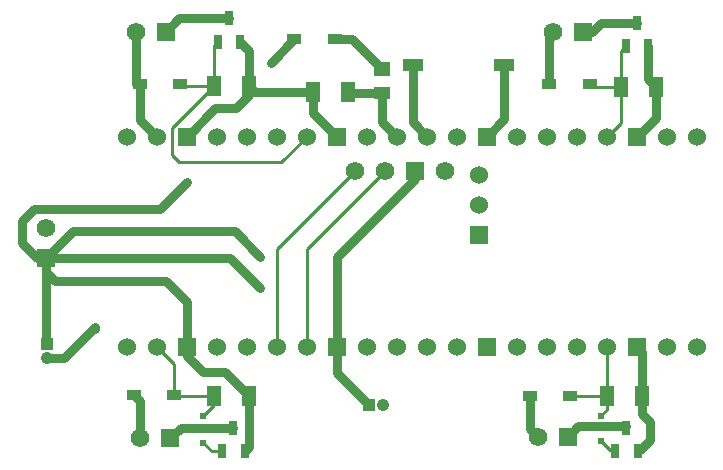
<source format=gtl>
G04 Layer: TopLayer*
G04 EasyEDA v6.5.34, 2023-09-18 22:27:19*
G04 bc2ed7582af3402095bcfb090b7e3d1d,4f913e99b9844981aeab8c69eabd27f9,10*
G04 Gerber Generator version 0.2*
G04 Scale: 100 percent, Rotated: No, Reflected: No *
G04 Dimensions in millimeters *
G04 leading zeros omitted , absolute positions ,4 integer and 5 decimal *
%FSLAX45Y45*%
%MOMM*%

%AMMACRO1*21,1,$1,$2,0,0,$3*%
%ADD10C,0.8000*%
%ADD11C,0.2540*%
%ADD12R,1.2000X0.9500*%
%ADD13R,1.7500X1.0000*%
%ADD14R,0.7000X1.2500*%
%ADD15MACRO1,1.701X1.2075X-90.0000*%
%ADD16MACRO1,1.701X1.2075X90.0000*%
%ADD17MACRO1,1.377X1.1325X0.0000*%
%ADD18R,1.3770X1.1325*%
%ADD19R,1.5748X1.5748*%
%ADD20C,1.5748*%
%ADD21C,1.5240*%
%ADD22R,1.5240X1.5240*%
%ADD23C,1.0500*%
%ADD24R,1.0500X1.0500*%
%ADD25C,0.6200*%
%ADD26C,0.0101*%

%LPD*%
D10*
X2781300Y-2959100D02*
G01*
X2781300Y-3186696D01*
X3049003Y-3454400D01*
X3035300Y-1943100D02*
G01*
X2781300Y-2197100D01*
X2781300Y-2197100D02*
G01*
X2781300Y-2197100D01*
X2781300Y-2465199D01*
X2781300Y-2465199D02*
G01*
X2781300Y-2959100D01*
X3441700Y-1473200D02*
G01*
X3441700Y-1536700D01*
X3035300Y-1943100D01*
X330200Y-3059684D02*
G01*
X470915Y-3059684D01*
X659892Y-2870707D01*
X736600Y-2794000D01*
X736600Y-2806700D01*
X330200Y-2934703D02*
G01*
X317500Y-2922003D01*
X317500Y-2209800D01*
X2220615Y-558800D02*
G01*
X2420797Y-358617D01*
X2420797Y-355600D01*
X3162300Y-611200D02*
G01*
X2906699Y-355600D01*
X2760802Y-355600D01*
X3289300Y-1181100D02*
G01*
X3162300Y-1054100D01*
X3162300Y-811199D01*
X2878378Y-800100D02*
G01*
X2889478Y-811199D01*
X3162300Y-811199D01*
X4197489Y-609600D02*
G01*
X4197489Y-1034910D01*
X4051300Y-1181100D01*
X3422510Y-609600D02*
G01*
X3422510Y-1060310D01*
X3543300Y-1181100D01*
X2781300Y-1181100D02*
G01*
X2582621Y-982421D01*
X2582621Y-800100D01*
X2040178Y-749300D02*
G01*
X2090978Y-800100D01*
X2582621Y-800100D01*
X1511300Y-1181100D02*
G01*
X1752600Y-939800D01*
X1930400Y-939800D01*
X2040178Y-830021D01*
X2040178Y-749300D01*
X1961895Y-379399D02*
G01*
X2040178Y-457682D01*
X2040178Y-749300D01*
X317500Y-2209800D02*
G01*
X546100Y-1981200D01*
X1917700Y-1981200D01*
X2133600Y-2197100D01*
X2133600Y-2463800D02*
G01*
X1879600Y-2209800D01*
X317500Y-2209800D01*
X1511300Y-1562100D02*
G01*
X1282700Y-1790700D01*
X215900Y-1790700D01*
X114300Y-1892300D01*
X114300Y-2082800D01*
X241300Y-2209800D01*
X317500Y-2209800D01*
X1333500Y-292100D02*
G01*
X1446199Y-179400D01*
X1866900Y-179400D01*
X1112697Y-736600D02*
G01*
X1112697Y-1036497D01*
X1257300Y-1181100D01*
X1079500Y-292100D02*
G01*
X1079500Y-736600D01*
X5232400Y-3633723D02*
G01*
X4824475Y-3633723D01*
X4737100Y-3721100D01*
D11*
X1401902Y-3365500D02*
G01*
X1401902Y-3103702D01*
X1257300Y-2959100D01*
D10*
X1061897Y-3365500D02*
G01*
X1117600Y-3421202D01*
X1117600Y-3733800D01*
X1511300Y-2959100D02*
G01*
X1511300Y-3035300D01*
X1651000Y-3175000D01*
X1836928Y-3175000D01*
X2040127Y-3378200D01*
X2040178Y-3378200D02*
G01*
X2040178Y-3806317D01*
X1999995Y-3846499D01*
X1905000Y-3646500D02*
G01*
X1458899Y-3646500D01*
X1371600Y-3733800D01*
X4483100Y-3721100D02*
G01*
X4414697Y-3652697D01*
X4414697Y-3378200D01*
X5367578Y-3378200D02*
G01*
X5367578Y-3526078D01*
X5435600Y-3594100D01*
X5435600Y-3746500D01*
X5348300Y-3833799D01*
X5327395Y-3833799D01*
X5321300Y-2959100D02*
G01*
X5367578Y-3005378D01*
X5367578Y-3378200D01*
X5321300Y-217500D02*
G01*
X5016500Y-217500D01*
X4941900Y-292100D01*
X4864100Y-292100D01*
X5481878Y-762000D02*
G01*
X5416295Y-696417D01*
X5416295Y-417499D01*
X5321300Y-1181100D02*
G01*
X5481878Y-1020521D01*
X5481878Y-762000D01*
D11*
X1744421Y-749300D02*
G01*
X1739900Y-749300D01*
X1384300Y-1104900D01*
X1384300Y-1333500D01*
X1447800Y-1397000D01*
X2311400Y-1397000D01*
X2527300Y-1181100D01*
D10*
X4579797Y-736600D02*
G01*
X4579797Y-322402D01*
X4610100Y-292100D01*
D11*
X2040178Y-3378200D02*
G01*
X1987295Y-3431082D01*
X5016500Y-3543300D02*
G01*
X5071826Y-3487973D01*
X5071826Y-3378200D01*
X5137404Y-3833799D02*
G01*
X5091099Y-3833799D01*
X5016500Y-3759200D01*
X1651000Y-3543300D02*
G01*
X1744421Y-3449878D01*
X1744421Y-3378200D01*
X1810004Y-3846499D02*
G01*
X1725599Y-3846499D01*
X1651000Y-3771900D01*
X1401902Y-3365500D02*
G01*
X1414602Y-3378200D01*
X1744421Y-3378200D01*
X2527300Y-2959100D02*
G01*
X2527300Y-2133600D01*
X3187700Y-1473200D01*
X2273300Y-2959100D02*
G01*
X2273300Y-2133600D01*
X2933700Y-1473200D01*
X4754702Y-3378200D02*
G01*
X5071821Y-3378200D01*
X5071821Y-3378200D02*
G01*
X5071821Y-2963621D01*
X5067300Y-2959100D01*
X1452702Y-736600D02*
G01*
X1465402Y-749300D01*
X1744421Y-749300D01*
X1771904Y-379399D02*
G01*
X1744421Y-406882D01*
X1744421Y-749300D01*
X4919802Y-736600D02*
G01*
X4945202Y-762000D01*
X5186121Y-762000D01*
X5226304Y-417499D02*
G01*
X5186121Y-457682D01*
X5186121Y-762000D01*
X5186121Y-762000D02*
G01*
X5186121Y-1062278D01*
X5067300Y-1181100D01*
D10*
X1511300Y-2959100D02*
G01*
X1511300Y-2578100D01*
X1333500Y-2400300D01*
X393700Y-2400300D01*
X317500Y-2324100D01*
X317500Y-2209800D01*
D12*
G01*
X2420797Y-355600D03*
G01*
X2760802Y-355600D03*
D13*
G01*
X3422497Y-571500D03*
G01*
X4197502Y-571500D03*
D14*
G01*
X5137404Y-3846499D03*
G01*
X5327395Y-3846499D03*
G01*
X5232400Y-3646500D03*
G01*
X1810004Y-3846499D03*
G01*
X1999995Y-3846499D03*
G01*
X1905000Y-3646500D03*
G01*
X1771904Y-379399D03*
G01*
X1961895Y-379399D03*
G01*
X1866900Y-179400D03*
G01*
X5226304Y-417499D03*
G01*
X5416295Y-417499D03*
G01*
X5321300Y-217500D03*
D15*
G01*
X5071823Y-3378200D03*
G01*
X5367576Y-3378200D03*
G01*
X1744423Y-3378200D03*
G01*
X2040176Y-3378200D03*
G01*
X1744423Y-749300D03*
G01*
X2040176Y-749300D03*
G01*
X5186123Y-762000D03*
G01*
X5481876Y-762000D03*
D16*
G01*
X2878376Y-800100D03*
G01*
X2582623Y-800100D03*
D17*
G01*
X3162300Y-611195D03*
D18*
G01*
X3162300Y-811199D03*
D12*
G01*
X4754702Y-3378200D03*
G01*
X4414697Y-3378200D03*
G01*
X1401902Y-3365500D03*
G01*
X1061897Y-3365500D03*
G01*
X1452702Y-736600D03*
G01*
X1112697Y-736600D03*
G01*
X4919802Y-736600D03*
G01*
X4579797Y-736600D03*
D19*
G01*
X317500Y-2209800D03*
D20*
G01*
X317500Y-1955800D03*
G01*
X3695700Y-1473200D03*
D19*
G01*
X3441700Y-1473200D03*
D20*
G01*
X3187700Y-1473200D03*
G01*
X2933700Y-1473200D03*
G01*
X4483100Y-3721100D03*
D19*
G01*
X4737100Y-3721100D03*
D20*
G01*
X1117600Y-3733800D03*
D19*
G01*
X1371600Y-3733800D03*
D20*
G01*
X1079500Y-292100D03*
D19*
G01*
X1333500Y-292100D03*
D20*
G01*
X4610100Y-292100D03*
D19*
G01*
X4864100Y-292100D03*
D21*
G01*
X5829300Y-1181100D03*
G01*
X5575300Y-1181100D03*
D22*
G01*
X5321300Y-1181100D03*
D21*
G01*
X5067300Y-1181100D03*
G01*
X4813300Y-1181100D03*
G01*
X4559300Y-1181100D03*
G01*
X4305300Y-1181100D03*
D22*
G01*
X4051300Y-1181100D03*
D21*
G01*
X3797300Y-1181100D03*
G01*
X3543300Y-1181100D03*
G01*
X3289300Y-1181100D03*
G01*
X3035300Y-1181100D03*
D22*
G01*
X2781300Y-1181100D03*
D21*
G01*
X2527300Y-1181100D03*
G01*
X2273300Y-1181100D03*
G01*
X2019300Y-1181100D03*
G01*
X1765300Y-1181100D03*
D22*
G01*
X1511300Y-1181100D03*
D21*
G01*
X1257300Y-1181100D03*
G01*
X1003300Y-1181100D03*
G01*
X5829300Y-2959100D03*
G01*
X5575300Y-2959100D03*
D22*
G01*
X5321300Y-2959100D03*
D21*
G01*
X5067300Y-2959100D03*
G01*
X4813300Y-2959100D03*
G01*
X4559300Y-2959100D03*
G01*
X4305300Y-2959100D03*
D22*
G01*
X4051300Y-2959100D03*
D21*
G01*
X3797300Y-2959100D03*
G01*
X3543300Y-2959100D03*
G01*
X3289300Y-2959100D03*
G01*
X3035300Y-2959100D03*
D22*
G01*
X2781300Y-2959100D03*
D21*
G01*
X2527300Y-2959100D03*
G01*
X2273300Y-2959100D03*
G01*
X2019300Y-2959100D03*
G01*
X1765300Y-2959100D03*
D22*
G01*
X1511300Y-2959100D03*
D21*
G01*
X1257300Y-2959100D03*
G01*
X1003300Y-2959100D03*
G01*
X3986301Y-1757705D03*
G01*
X3986301Y-1503705D03*
D22*
G01*
X3986301Y-2011705D03*
D23*
G01*
X330200Y-3059709D03*
D24*
G01*
X330200Y-2934715D03*
D23*
G01*
X3173996Y-3454400D03*
D24*
G01*
X3049003Y-3454400D03*
D25*
G01*
X1651000Y-3771900D03*
G01*
X1651000Y-3543300D03*
G01*
X5016500Y-3759200D03*
G01*
X5016500Y-3543300D03*
G01*
X2220620Y-558800D03*
G01*
X2133600Y-2197100D03*
G01*
X1511300Y-1562100D03*
G01*
X2133600Y-2463800D03*
G01*
X736600Y-2806700D03*
G01*
X2781300Y-2197100D03*
G01*
X2781300Y-2465199D03*
M02*

</source>
